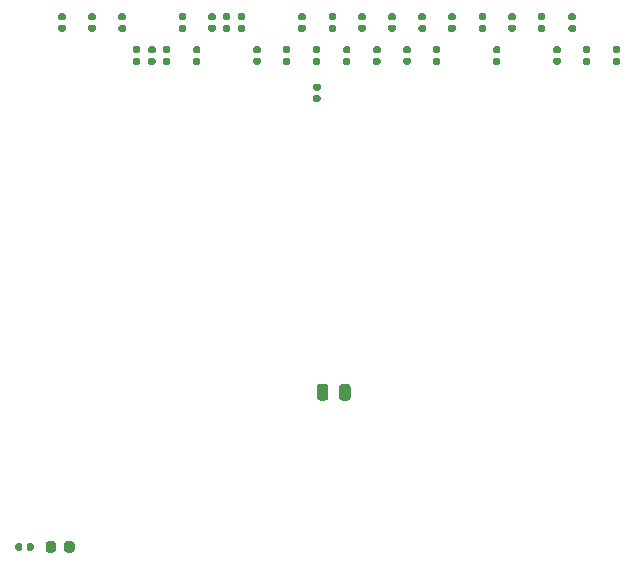
<source format=gtp>
%TF.GenerationSoftware,KiCad,Pcbnew,5.1.6*%
%TF.CreationDate,2020-08-12T10:28:14+02:00*%
%TF.ProjectId,ATAPIHat-SMI,41544150-4948-4617-942d-534d492e6b69,rev?*%
%TF.SameCoordinates,Original*%
%TF.FileFunction,Paste,Top*%
%TF.FilePolarity,Positive*%
%FSLAX46Y46*%
G04 Gerber Fmt 4.6, Leading zero omitted, Abs format (unit mm)*
G04 Created by KiCad (PCBNEW 5.1.6) date 2020-08-12 10:28:14*
%MOMM*%
%LPD*%
G01*
G04 APERTURE LIST*
G04 APERTURE END LIST*
%TO.C,C2*%
G36*
G01*
X79250000Y-167956250D02*
X79250000Y-167043750D01*
G75*
G02*
X79493750Y-166800000I243750J0D01*
G01*
X79981250Y-166800000D01*
G75*
G02*
X80225000Y-167043750I0J-243750D01*
G01*
X80225000Y-167956250D01*
G75*
G02*
X79981250Y-168200000I-243750J0D01*
G01*
X79493750Y-168200000D01*
G75*
G02*
X79250000Y-167956250I0J243750D01*
G01*
G37*
G36*
G01*
X77375000Y-167956250D02*
X77375000Y-167043750D01*
G75*
G02*
X77618750Y-166800000I243750J0D01*
G01*
X78106250Y-166800000D01*
G75*
G02*
X78350000Y-167043750I0J-243750D01*
G01*
X78350000Y-167956250D01*
G75*
G02*
X78106250Y-168200000I-243750J0D01*
G01*
X77618750Y-168200000D01*
G75*
G02*
X77375000Y-167956250I0J243750D01*
G01*
G37*
%TD*%
%TO.C,C1*%
G36*
G01*
X77198128Y-142334876D02*
X77543128Y-142334876D01*
G75*
G02*
X77690628Y-142482376I0J-147500D01*
G01*
X77690628Y-142777376D01*
G75*
G02*
X77543128Y-142924876I-147500J0D01*
G01*
X77198128Y-142924876D01*
G75*
G02*
X77050628Y-142777376I0J147500D01*
G01*
X77050628Y-142482376D01*
G75*
G02*
X77198128Y-142334876I147500J0D01*
G01*
G37*
G36*
G01*
X77198128Y-141364876D02*
X77543128Y-141364876D01*
G75*
G02*
X77690628Y-141512376I0J-147500D01*
G01*
X77690628Y-141807376D01*
G75*
G02*
X77543128Y-141954876I-147500J0D01*
G01*
X77198128Y-141954876D01*
G75*
G02*
X77050628Y-141807376I0J147500D01*
G01*
X77050628Y-141512376D01*
G75*
G02*
X77198128Y-141364876I147500J0D01*
G01*
G37*
%TD*%
%TO.C,R33*%
G36*
G01*
X94072500Y-136010000D02*
X93727500Y-136010000D01*
G75*
G02*
X93580000Y-135862500I0J147500D01*
G01*
X93580000Y-135567500D01*
G75*
G02*
X93727500Y-135420000I147500J0D01*
G01*
X94072500Y-135420000D01*
G75*
G02*
X94220000Y-135567500I0J-147500D01*
G01*
X94220000Y-135862500D01*
G75*
G02*
X94072500Y-136010000I-147500J0D01*
G01*
G37*
G36*
G01*
X94072500Y-136980000D02*
X93727500Y-136980000D01*
G75*
G02*
X93580000Y-136832500I0J147500D01*
G01*
X93580000Y-136537500D01*
G75*
G02*
X93727500Y-136390000I147500J0D01*
G01*
X94072500Y-136390000D01*
G75*
G02*
X94220000Y-136537500I0J-147500D01*
G01*
X94220000Y-136832500D01*
G75*
G02*
X94072500Y-136980000I-147500J0D01*
G01*
G37*
%TD*%
%TO.C,R32*%
G36*
G01*
X81372500Y-136010000D02*
X81027500Y-136010000D01*
G75*
G02*
X80880000Y-135862500I0J147500D01*
G01*
X80880000Y-135567500D01*
G75*
G02*
X81027500Y-135420000I147500J0D01*
G01*
X81372500Y-135420000D01*
G75*
G02*
X81520000Y-135567500I0J-147500D01*
G01*
X81520000Y-135862500D01*
G75*
G02*
X81372500Y-136010000I-147500J0D01*
G01*
G37*
G36*
G01*
X81372500Y-136980000D02*
X81027500Y-136980000D01*
G75*
G02*
X80880000Y-136832500I0J147500D01*
G01*
X80880000Y-136537500D01*
G75*
G02*
X81027500Y-136390000I147500J0D01*
G01*
X81372500Y-136390000D01*
G75*
G02*
X81520000Y-136537500I0J-147500D01*
G01*
X81520000Y-136832500D01*
G75*
G02*
X81372500Y-136980000I-147500J0D01*
G01*
G37*
%TD*%
%TO.C,R31*%
G36*
G01*
X78872500Y-136010000D02*
X78527500Y-136010000D01*
G75*
G02*
X78380000Y-135862500I0J147500D01*
G01*
X78380000Y-135567500D01*
G75*
G02*
X78527500Y-135420000I147500J0D01*
G01*
X78872500Y-135420000D01*
G75*
G02*
X79020000Y-135567500I0J-147500D01*
G01*
X79020000Y-135862500D01*
G75*
G02*
X78872500Y-136010000I-147500J0D01*
G01*
G37*
G36*
G01*
X78872500Y-136980000D02*
X78527500Y-136980000D01*
G75*
G02*
X78380000Y-136832500I0J147500D01*
G01*
X78380000Y-136537500D01*
G75*
G02*
X78527500Y-136390000I147500J0D01*
G01*
X78872500Y-136390000D01*
G75*
G02*
X79020000Y-136537500I0J-147500D01*
G01*
X79020000Y-136832500D01*
G75*
G02*
X78872500Y-136980000I-147500J0D01*
G01*
G37*
%TD*%
%TO.C,R30*%
G36*
G01*
X85172500Y-138810000D02*
X84827500Y-138810000D01*
G75*
G02*
X84680000Y-138662500I0J147500D01*
G01*
X84680000Y-138367500D01*
G75*
G02*
X84827500Y-138220000I147500J0D01*
G01*
X85172500Y-138220000D01*
G75*
G02*
X85320000Y-138367500I0J-147500D01*
G01*
X85320000Y-138662500D01*
G75*
G02*
X85172500Y-138810000I-147500J0D01*
G01*
G37*
G36*
G01*
X85172500Y-139780000D02*
X84827500Y-139780000D01*
G75*
G02*
X84680000Y-139632500I0J147500D01*
G01*
X84680000Y-139337500D01*
G75*
G02*
X84827500Y-139190000I147500J0D01*
G01*
X85172500Y-139190000D01*
G75*
G02*
X85320000Y-139337500I0J-147500D01*
G01*
X85320000Y-139632500D01*
G75*
G02*
X85172500Y-139780000I-147500J0D01*
G01*
G37*
%TD*%
%TO.C,R29*%
G36*
G01*
X88972500Y-136010000D02*
X88627500Y-136010000D01*
G75*
G02*
X88480000Y-135862500I0J147500D01*
G01*
X88480000Y-135567500D01*
G75*
G02*
X88627500Y-135420000I147500J0D01*
G01*
X88972500Y-135420000D01*
G75*
G02*
X89120000Y-135567500I0J-147500D01*
G01*
X89120000Y-135862500D01*
G75*
G02*
X88972500Y-136010000I-147500J0D01*
G01*
G37*
G36*
G01*
X88972500Y-136980000D02*
X88627500Y-136980000D01*
G75*
G02*
X88480000Y-136832500I0J147500D01*
G01*
X88480000Y-136537500D01*
G75*
G02*
X88627500Y-136390000I147500J0D01*
G01*
X88972500Y-136390000D01*
G75*
G02*
X89120000Y-136537500I0J-147500D01*
G01*
X89120000Y-136832500D01*
G75*
G02*
X88972500Y-136980000I-147500J0D01*
G01*
G37*
%TD*%
%TO.C,R28*%
G36*
G01*
X58522500Y-136010000D02*
X58177500Y-136010000D01*
G75*
G02*
X58030000Y-135862500I0J147500D01*
G01*
X58030000Y-135567500D01*
G75*
G02*
X58177500Y-135420000I147500J0D01*
G01*
X58522500Y-135420000D01*
G75*
G02*
X58670000Y-135567500I0J-147500D01*
G01*
X58670000Y-135862500D01*
G75*
G02*
X58522500Y-136010000I-147500J0D01*
G01*
G37*
G36*
G01*
X58522500Y-136980000D02*
X58177500Y-136980000D01*
G75*
G02*
X58030000Y-136832500I0J147500D01*
G01*
X58030000Y-136537500D01*
G75*
G02*
X58177500Y-136390000I147500J0D01*
G01*
X58522500Y-136390000D01*
G75*
G02*
X58670000Y-136537500I0J-147500D01*
G01*
X58670000Y-136832500D01*
G75*
G02*
X58522500Y-136980000I-147500J0D01*
G01*
G37*
%TD*%
%TO.C,R27*%
G36*
G01*
X87327500Y-139190000D02*
X87672500Y-139190000D01*
G75*
G02*
X87820000Y-139337500I0J-147500D01*
G01*
X87820000Y-139632500D01*
G75*
G02*
X87672500Y-139780000I-147500J0D01*
G01*
X87327500Y-139780000D01*
G75*
G02*
X87180000Y-139632500I0J147500D01*
G01*
X87180000Y-139337500D01*
G75*
G02*
X87327500Y-139190000I147500J0D01*
G01*
G37*
G36*
G01*
X87327500Y-138220000D02*
X87672500Y-138220000D01*
G75*
G02*
X87820000Y-138367500I0J-147500D01*
G01*
X87820000Y-138662500D01*
G75*
G02*
X87672500Y-138810000I-147500J0D01*
G01*
X87327500Y-138810000D01*
G75*
G02*
X87180000Y-138662500I0J147500D01*
G01*
X87180000Y-138367500D01*
G75*
G02*
X87327500Y-138220000I147500J0D01*
G01*
G37*
%TD*%
%TO.C,R26*%
G36*
G01*
X92772500Y-138810000D02*
X92427500Y-138810000D01*
G75*
G02*
X92280000Y-138662500I0J147500D01*
G01*
X92280000Y-138367500D01*
G75*
G02*
X92427500Y-138220000I147500J0D01*
G01*
X92772500Y-138220000D01*
G75*
G02*
X92920000Y-138367500I0J-147500D01*
G01*
X92920000Y-138662500D01*
G75*
G02*
X92772500Y-138810000I-147500J0D01*
G01*
G37*
G36*
G01*
X92772500Y-139780000D02*
X92427500Y-139780000D01*
G75*
G02*
X92280000Y-139632500I0J147500D01*
G01*
X92280000Y-139337500D01*
G75*
G02*
X92427500Y-139190000I147500J0D01*
G01*
X92772500Y-139190000D01*
G75*
G02*
X92920000Y-139337500I0J-147500D01*
G01*
X92920000Y-139632500D01*
G75*
G02*
X92772500Y-139780000I-147500J0D01*
G01*
G37*
%TD*%
%TO.C,R25*%
G36*
G01*
X76272500Y-136010000D02*
X75927500Y-136010000D01*
G75*
G02*
X75780000Y-135862500I0J147500D01*
G01*
X75780000Y-135567500D01*
G75*
G02*
X75927500Y-135420000I147500J0D01*
G01*
X76272500Y-135420000D01*
G75*
G02*
X76420000Y-135567500I0J-147500D01*
G01*
X76420000Y-135862500D01*
G75*
G02*
X76272500Y-136010000I-147500J0D01*
G01*
G37*
G36*
G01*
X76272500Y-136980000D02*
X75927500Y-136980000D01*
G75*
G02*
X75780000Y-136832500I0J147500D01*
G01*
X75780000Y-136537500D01*
G75*
G02*
X75927500Y-136390000I147500J0D01*
G01*
X76272500Y-136390000D01*
G75*
G02*
X76420000Y-136537500I0J-147500D01*
G01*
X76420000Y-136832500D01*
G75*
G02*
X76272500Y-136980000I-147500J0D01*
G01*
G37*
%TD*%
%TO.C,R24*%
G36*
G01*
X82622500Y-138810000D02*
X82277500Y-138810000D01*
G75*
G02*
X82130000Y-138662500I0J147500D01*
G01*
X82130000Y-138367500D01*
G75*
G02*
X82277500Y-138220000I147500J0D01*
G01*
X82622500Y-138220000D01*
G75*
G02*
X82770000Y-138367500I0J-147500D01*
G01*
X82770000Y-138662500D01*
G75*
G02*
X82622500Y-138810000I-147500J0D01*
G01*
G37*
G36*
G01*
X82622500Y-139780000D02*
X82277500Y-139780000D01*
G75*
G02*
X82130000Y-139632500I0J147500D01*
G01*
X82130000Y-139337500D01*
G75*
G02*
X82277500Y-139190000I147500J0D01*
G01*
X82622500Y-139190000D01*
G75*
G02*
X82770000Y-139337500I0J-147500D01*
G01*
X82770000Y-139632500D01*
G75*
G02*
X82622500Y-139780000I-147500J0D01*
G01*
G37*
%TD*%
%TO.C,R23*%
G36*
G01*
X91572500Y-136010000D02*
X91227500Y-136010000D01*
G75*
G02*
X91080000Y-135862500I0J147500D01*
G01*
X91080000Y-135567500D01*
G75*
G02*
X91227500Y-135420000I147500J0D01*
G01*
X91572500Y-135420000D01*
G75*
G02*
X91720000Y-135567500I0J-147500D01*
G01*
X91720000Y-135862500D01*
G75*
G02*
X91572500Y-136010000I-147500J0D01*
G01*
G37*
G36*
G01*
X91572500Y-136980000D02*
X91227500Y-136980000D01*
G75*
G02*
X91080000Y-136832500I0J147500D01*
G01*
X91080000Y-136537500D01*
G75*
G02*
X91227500Y-136390000I147500J0D01*
G01*
X91572500Y-136390000D01*
G75*
G02*
X91720000Y-136537500I0J-147500D01*
G01*
X91720000Y-136832500D01*
G75*
G02*
X91572500Y-136980000I-147500J0D01*
G01*
G37*
%TD*%
%TO.C,R22*%
G36*
G01*
X61072500Y-136010000D02*
X60727500Y-136010000D01*
G75*
G02*
X60580000Y-135862500I0J147500D01*
G01*
X60580000Y-135567500D01*
G75*
G02*
X60727500Y-135420000I147500J0D01*
G01*
X61072500Y-135420000D01*
G75*
G02*
X61220000Y-135567500I0J-147500D01*
G01*
X61220000Y-135862500D01*
G75*
G02*
X61072500Y-136010000I-147500J0D01*
G01*
G37*
G36*
G01*
X61072500Y-136980000D02*
X60727500Y-136980000D01*
G75*
G02*
X60580000Y-136832500I0J147500D01*
G01*
X60580000Y-136537500D01*
G75*
G02*
X60727500Y-136390000I147500J0D01*
G01*
X61072500Y-136390000D01*
G75*
G02*
X61220000Y-136537500I0J-147500D01*
G01*
X61220000Y-136832500D01*
G75*
G02*
X61072500Y-136980000I-147500J0D01*
G01*
G37*
%TD*%
%TO.C,R21*%
G36*
G01*
X55972500Y-136010000D02*
X55627500Y-136010000D01*
G75*
G02*
X55480000Y-135862500I0J147500D01*
G01*
X55480000Y-135567500D01*
G75*
G02*
X55627500Y-135420000I147500J0D01*
G01*
X55972500Y-135420000D01*
G75*
G02*
X56120000Y-135567500I0J-147500D01*
G01*
X56120000Y-135862500D01*
G75*
G02*
X55972500Y-136010000I-147500J0D01*
G01*
G37*
G36*
G01*
X55972500Y-136980000D02*
X55627500Y-136980000D01*
G75*
G02*
X55480000Y-136832500I0J147500D01*
G01*
X55480000Y-136537500D01*
G75*
G02*
X55627500Y-136390000I147500J0D01*
G01*
X55972500Y-136390000D01*
G75*
G02*
X56120000Y-136537500I0J-147500D01*
G01*
X56120000Y-136832500D01*
G75*
G02*
X55972500Y-136980000I-147500J0D01*
G01*
G37*
%TD*%
%TO.C,R20*%
G36*
G01*
X86472500Y-136010000D02*
X86127500Y-136010000D01*
G75*
G02*
X85980000Y-135862500I0J147500D01*
G01*
X85980000Y-135567500D01*
G75*
G02*
X86127500Y-135420000I147500J0D01*
G01*
X86472500Y-135420000D01*
G75*
G02*
X86620000Y-135567500I0J-147500D01*
G01*
X86620000Y-135862500D01*
G75*
G02*
X86472500Y-136010000I-147500J0D01*
G01*
G37*
G36*
G01*
X86472500Y-136980000D02*
X86127500Y-136980000D01*
G75*
G02*
X85980000Y-136832500I0J147500D01*
G01*
X85980000Y-136537500D01*
G75*
G02*
X86127500Y-136390000I147500J0D01*
G01*
X86472500Y-136390000D01*
G75*
G02*
X86620000Y-136537500I0J-147500D01*
G01*
X86620000Y-136832500D01*
G75*
G02*
X86472500Y-136980000I-147500J0D01*
G01*
G37*
%TD*%
%TO.C,R19*%
G36*
G01*
X83552500Y-136390000D02*
X83897500Y-136390000D01*
G75*
G02*
X84045000Y-136537500I0J-147500D01*
G01*
X84045000Y-136832500D01*
G75*
G02*
X83897500Y-136980000I-147500J0D01*
G01*
X83552500Y-136980000D01*
G75*
G02*
X83405000Y-136832500I0J147500D01*
G01*
X83405000Y-136537500D01*
G75*
G02*
X83552500Y-136390000I147500J0D01*
G01*
G37*
G36*
G01*
X83552500Y-135420000D02*
X83897500Y-135420000D01*
G75*
G02*
X84045000Y-135567500I0J-147500D01*
G01*
X84045000Y-135862500D01*
G75*
G02*
X83897500Y-136010000I-147500J0D01*
G01*
X83552500Y-136010000D01*
G75*
G02*
X83405000Y-135862500I0J147500D01*
G01*
X83405000Y-135567500D01*
G75*
G02*
X83552500Y-135420000I147500J0D01*
G01*
G37*
%TD*%
%TO.C,R18*%
G36*
G01*
X69552500Y-136384876D02*
X69897500Y-136384876D01*
G75*
G02*
X70045000Y-136532376I0J-147500D01*
G01*
X70045000Y-136827376D01*
G75*
G02*
X69897500Y-136974876I-147500J0D01*
G01*
X69552500Y-136974876D01*
G75*
G02*
X69405000Y-136827376I0J147500D01*
G01*
X69405000Y-136532376D01*
G75*
G02*
X69552500Y-136384876I147500J0D01*
G01*
G37*
G36*
G01*
X69552500Y-135414876D02*
X69897500Y-135414876D01*
G75*
G02*
X70045000Y-135562376I0J-147500D01*
G01*
X70045000Y-135857376D01*
G75*
G02*
X69897500Y-136004876I-147500J0D01*
G01*
X69552500Y-136004876D01*
G75*
G02*
X69405000Y-135857376I0J147500D01*
G01*
X69405000Y-135562376D01*
G75*
G02*
X69552500Y-135414876I147500J0D01*
G01*
G37*
%TD*%
%TO.C,R17*%
G36*
G01*
X77522500Y-138810000D02*
X77177500Y-138810000D01*
G75*
G02*
X77030000Y-138662500I0J147500D01*
G01*
X77030000Y-138367500D01*
G75*
G02*
X77177500Y-138220000I147500J0D01*
G01*
X77522500Y-138220000D01*
G75*
G02*
X77670000Y-138367500I0J-147500D01*
G01*
X77670000Y-138662500D01*
G75*
G02*
X77522500Y-138810000I-147500J0D01*
G01*
G37*
G36*
G01*
X77522500Y-139780000D02*
X77177500Y-139780000D01*
G75*
G02*
X77030000Y-139632500I0J147500D01*
G01*
X77030000Y-139337500D01*
G75*
G02*
X77177500Y-139190000I147500J0D01*
G01*
X77522500Y-139190000D01*
G75*
G02*
X77670000Y-139337500I0J-147500D01*
G01*
X77670000Y-139632500D01*
G75*
G02*
X77522500Y-139780000I-147500J0D01*
G01*
G37*
%TD*%
%TO.C,R16*%
G36*
G01*
X63227500Y-139190000D02*
X63572500Y-139190000D01*
G75*
G02*
X63720000Y-139337500I0J-147500D01*
G01*
X63720000Y-139632500D01*
G75*
G02*
X63572500Y-139780000I-147500J0D01*
G01*
X63227500Y-139780000D01*
G75*
G02*
X63080000Y-139632500I0J147500D01*
G01*
X63080000Y-139337500D01*
G75*
G02*
X63227500Y-139190000I147500J0D01*
G01*
G37*
G36*
G01*
X63227500Y-138220000D02*
X63572500Y-138220000D01*
G75*
G02*
X63720000Y-138367500I0J-147500D01*
G01*
X63720000Y-138662500D01*
G75*
G02*
X63572500Y-138810000I-147500J0D01*
G01*
X63227500Y-138810000D01*
G75*
G02*
X63080000Y-138662500I0J147500D01*
G01*
X63080000Y-138367500D01*
G75*
G02*
X63227500Y-138220000I147500J0D01*
G01*
G37*
%TD*%
%TO.C,R15*%
G36*
G01*
X99172500Y-136010000D02*
X98827500Y-136010000D01*
G75*
G02*
X98680000Y-135862500I0J147500D01*
G01*
X98680000Y-135567500D01*
G75*
G02*
X98827500Y-135420000I147500J0D01*
G01*
X99172500Y-135420000D01*
G75*
G02*
X99320000Y-135567500I0J-147500D01*
G01*
X99320000Y-135862500D01*
G75*
G02*
X99172500Y-136010000I-147500J0D01*
G01*
G37*
G36*
G01*
X99172500Y-136980000D02*
X98827500Y-136980000D01*
G75*
G02*
X98680000Y-136832500I0J147500D01*
G01*
X98680000Y-136537500D01*
G75*
G02*
X98827500Y-136390000I147500J0D01*
G01*
X99172500Y-136390000D01*
G75*
G02*
X99320000Y-136537500I0J-147500D01*
G01*
X99320000Y-136832500D01*
G75*
G02*
X99172500Y-136980000I-147500J0D01*
G01*
G37*
%TD*%
%TO.C,R14*%
G36*
G01*
X74627500Y-139190000D02*
X74972500Y-139190000D01*
G75*
G02*
X75120000Y-139337500I0J-147500D01*
G01*
X75120000Y-139632500D01*
G75*
G02*
X74972500Y-139780000I-147500J0D01*
G01*
X74627500Y-139780000D01*
G75*
G02*
X74480000Y-139632500I0J147500D01*
G01*
X74480000Y-139337500D01*
G75*
G02*
X74627500Y-139190000I147500J0D01*
G01*
G37*
G36*
G01*
X74627500Y-138220000D02*
X74972500Y-138220000D01*
G75*
G02*
X75120000Y-138367500I0J-147500D01*
G01*
X75120000Y-138662500D01*
G75*
G02*
X74972500Y-138810000I-147500J0D01*
G01*
X74627500Y-138810000D01*
G75*
G02*
X74480000Y-138662500I0J147500D01*
G01*
X74480000Y-138367500D01*
G75*
G02*
X74627500Y-138220000I147500J0D01*
G01*
G37*
%TD*%
%TO.C,R13*%
G36*
G01*
X71172500Y-136010000D02*
X70827500Y-136010000D01*
G75*
G02*
X70680000Y-135862500I0J147500D01*
G01*
X70680000Y-135567500D01*
G75*
G02*
X70827500Y-135420000I147500J0D01*
G01*
X71172500Y-135420000D01*
G75*
G02*
X71320000Y-135567500I0J-147500D01*
G01*
X71320000Y-135862500D01*
G75*
G02*
X71172500Y-136010000I-147500J0D01*
G01*
G37*
G36*
G01*
X71172500Y-136980000D02*
X70827500Y-136980000D01*
G75*
G02*
X70680000Y-136832500I0J147500D01*
G01*
X70680000Y-136537500D01*
G75*
G02*
X70827500Y-136390000I147500J0D01*
G01*
X71172500Y-136390000D01*
G75*
G02*
X71320000Y-136537500I0J-147500D01*
G01*
X71320000Y-136832500D01*
G75*
G02*
X71172500Y-136980000I-147500J0D01*
G01*
G37*
%TD*%
%TO.C,R12*%
G36*
G01*
X100372500Y-138810000D02*
X100027500Y-138810000D01*
G75*
G02*
X99880000Y-138662500I0J147500D01*
G01*
X99880000Y-138367500D01*
G75*
G02*
X100027500Y-138220000I147500J0D01*
G01*
X100372500Y-138220000D01*
G75*
G02*
X100520000Y-138367500I0J-147500D01*
G01*
X100520000Y-138662500D01*
G75*
G02*
X100372500Y-138810000I-147500J0D01*
G01*
G37*
G36*
G01*
X100372500Y-139780000D02*
X100027500Y-139780000D01*
G75*
G02*
X99880000Y-139632500I0J147500D01*
G01*
X99880000Y-139337500D01*
G75*
G02*
X100027500Y-139190000I147500J0D01*
G01*
X100372500Y-139190000D01*
G75*
G02*
X100520000Y-139337500I0J-147500D01*
G01*
X100520000Y-139632500D01*
G75*
G02*
X100372500Y-139780000I-147500J0D01*
G01*
G37*
%TD*%
%TO.C,R11*%
G36*
G01*
X67372500Y-138810000D02*
X67027500Y-138810000D01*
G75*
G02*
X66880000Y-138662500I0J147500D01*
G01*
X66880000Y-138367500D01*
G75*
G02*
X67027500Y-138220000I147500J0D01*
G01*
X67372500Y-138220000D01*
G75*
G02*
X67520000Y-138367500I0J-147500D01*
G01*
X67520000Y-138662500D01*
G75*
G02*
X67372500Y-138810000I-147500J0D01*
G01*
G37*
G36*
G01*
X67372500Y-139780000D02*
X67027500Y-139780000D01*
G75*
G02*
X66880000Y-139632500I0J147500D01*
G01*
X66880000Y-139337500D01*
G75*
G02*
X67027500Y-139190000I147500J0D01*
G01*
X67372500Y-139190000D01*
G75*
G02*
X67520000Y-139337500I0J-147500D01*
G01*
X67520000Y-139632500D01*
G75*
G02*
X67372500Y-139780000I-147500J0D01*
G01*
G37*
%TD*%
%TO.C,R10*%
G36*
G01*
X97872500Y-138810000D02*
X97527500Y-138810000D01*
G75*
G02*
X97380000Y-138662500I0J147500D01*
G01*
X97380000Y-138367500D01*
G75*
G02*
X97527500Y-138220000I147500J0D01*
G01*
X97872500Y-138220000D01*
G75*
G02*
X98020000Y-138367500I0J-147500D01*
G01*
X98020000Y-138662500D01*
G75*
G02*
X97872500Y-138810000I-147500J0D01*
G01*
G37*
G36*
G01*
X97872500Y-139780000D02*
X97527500Y-139780000D01*
G75*
G02*
X97380000Y-139632500I0J147500D01*
G01*
X97380000Y-139337500D01*
G75*
G02*
X97527500Y-139190000I147500J0D01*
G01*
X97872500Y-139190000D01*
G75*
G02*
X98020000Y-139337500I0J-147500D01*
G01*
X98020000Y-139632500D01*
G75*
G02*
X97872500Y-139780000I-147500J0D01*
G01*
G37*
%TD*%
%TO.C,R9*%
G36*
G01*
X62272500Y-138810000D02*
X61927500Y-138810000D01*
G75*
G02*
X61780000Y-138662500I0J147500D01*
G01*
X61780000Y-138367500D01*
G75*
G02*
X61927500Y-138220000I147500J0D01*
G01*
X62272500Y-138220000D01*
G75*
G02*
X62420000Y-138367500I0J-147500D01*
G01*
X62420000Y-138662500D01*
G75*
G02*
X62272500Y-138810000I-147500J0D01*
G01*
G37*
G36*
G01*
X62272500Y-139780000D02*
X61927500Y-139780000D01*
G75*
G02*
X61780000Y-139632500I0J147500D01*
G01*
X61780000Y-139337500D01*
G75*
G02*
X61927500Y-139190000I147500J0D01*
G01*
X62272500Y-139190000D01*
G75*
G02*
X62420000Y-139337500I0J-147500D01*
G01*
X62420000Y-139632500D01*
G75*
G02*
X62272500Y-139780000I-147500J0D01*
G01*
G37*
%TD*%
%TO.C,R8*%
G36*
G01*
X68327500Y-136390000D02*
X68672500Y-136390000D01*
G75*
G02*
X68820000Y-136537500I0J-147500D01*
G01*
X68820000Y-136832500D01*
G75*
G02*
X68672500Y-136980000I-147500J0D01*
G01*
X68327500Y-136980000D01*
G75*
G02*
X68180000Y-136832500I0J147500D01*
G01*
X68180000Y-136537500D01*
G75*
G02*
X68327500Y-136390000I147500J0D01*
G01*
G37*
G36*
G01*
X68327500Y-135420000D02*
X68672500Y-135420000D01*
G75*
G02*
X68820000Y-135567500I0J-147500D01*
G01*
X68820000Y-135862500D01*
G75*
G02*
X68672500Y-136010000I-147500J0D01*
G01*
X68327500Y-136010000D01*
G75*
G02*
X68180000Y-135862500I0J147500D01*
G01*
X68180000Y-135567500D01*
G75*
G02*
X68327500Y-135420000I147500J0D01*
G01*
G37*
%TD*%
%TO.C,R7*%
G36*
G01*
X79727500Y-139190000D02*
X80072500Y-139190000D01*
G75*
G02*
X80220000Y-139337500I0J-147500D01*
G01*
X80220000Y-139632500D01*
G75*
G02*
X80072500Y-139780000I-147500J0D01*
G01*
X79727500Y-139780000D01*
G75*
G02*
X79580000Y-139632500I0J147500D01*
G01*
X79580000Y-139337500D01*
G75*
G02*
X79727500Y-139190000I147500J0D01*
G01*
G37*
G36*
G01*
X79727500Y-138220000D02*
X80072500Y-138220000D01*
G75*
G02*
X80220000Y-138367500I0J-147500D01*
G01*
X80220000Y-138662500D01*
G75*
G02*
X80072500Y-138810000I-147500J0D01*
G01*
X79727500Y-138810000D01*
G75*
G02*
X79580000Y-138662500I0J147500D01*
G01*
X79580000Y-138367500D01*
G75*
G02*
X79727500Y-138220000I147500J0D01*
G01*
G37*
%TD*%
%TO.C,R6*%
G36*
G01*
X72472500Y-138810000D02*
X72127500Y-138810000D01*
G75*
G02*
X71980000Y-138662500I0J147500D01*
G01*
X71980000Y-138367500D01*
G75*
G02*
X72127500Y-138220000I147500J0D01*
G01*
X72472500Y-138220000D01*
G75*
G02*
X72620000Y-138367500I0J-147500D01*
G01*
X72620000Y-138662500D01*
G75*
G02*
X72472500Y-138810000I-147500J0D01*
G01*
G37*
G36*
G01*
X72472500Y-139780000D02*
X72127500Y-139780000D01*
G75*
G02*
X71980000Y-139632500I0J147500D01*
G01*
X71980000Y-139337500D01*
G75*
G02*
X72127500Y-139190000I147500J0D01*
G01*
X72472500Y-139190000D01*
G75*
G02*
X72620000Y-139337500I0J-147500D01*
G01*
X72620000Y-139632500D01*
G75*
G02*
X72472500Y-139780000I-147500J0D01*
G01*
G37*
%TD*%
%TO.C,R5*%
G36*
G01*
X102922500Y-138810000D02*
X102577500Y-138810000D01*
G75*
G02*
X102430000Y-138662500I0J147500D01*
G01*
X102430000Y-138367500D01*
G75*
G02*
X102577500Y-138220000I147500J0D01*
G01*
X102922500Y-138220000D01*
G75*
G02*
X103070000Y-138367500I0J-147500D01*
G01*
X103070000Y-138662500D01*
G75*
G02*
X102922500Y-138810000I-147500J0D01*
G01*
G37*
G36*
G01*
X102922500Y-139780000D02*
X102577500Y-139780000D01*
G75*
G02*
X102430000Y-139632500I0J147500D01*
G01*
X102430000Y-139337500D01*
G75*
G02*
X102577500Y-139190000I147500J0D01*
G01*
X102922500Y-139190000D01*
G75*
G02*
X103070000Y-139337500I0J-147500D01*
G01*
X103070000Y-139632500D01*
G75*
G02*
X102922500Y-139780000I-147500J0D01*
G01*
G37*
%TD*%
%TO.C,R4*%
G36*
G01*
X96572500Y-136010000D02*
X96227500Y-136010000D01*
G75*
G02*
X96080000Y-135862500I0J147500D01*
G01*
X96080000Y-135567500D01*
G75*
G02*
X96227500Y-135420000I147500J0D01*
G01*
X96572500Y-135420000D01*
G75*
G02*
X96720000Y-135567500I0J-147500D01*
G01*
X96720000Y-135862500D01*
G75*
G02*
X96572500Y-136010000I-147500J0D01*
G01*
G37*
G36*
G01*
X96572500Y-136980000D02*
X96227500Y-136980000D01*
G75*
G02*
X96080000Y-136832500I0J147500D01*
G01*
X96080000Y-136537500D01*
G75*
G02*
X96227500Y-136390000I147500J0D01*
G01*
X96572500Y-136390000D01*
G75*
G02*
X96720000Y-136537500I0J-147500D01*
G01*
X96720000Y-136832500D01*
G75*
G02*
X96572500Y-136980000I-147500J0D01*
G01*
G37*
%TD*%
%TO.C,R3*%
G36*
G01*
X52800628Y-180767376D02*
X52800628Y-180422376D01*
G75*
G02*
X52948128Y-180274876I147500J0D01*
G01*
X53243128Y-180274876D01*
G75*
G02*
X53390628Y-180422376I0J-147500D01*
G01*
X53390628Y-180767376D01*
G75*
G02*
X53243128Y-180914876I-147500J0D01*
G01*
X52948128Y-180914876D01*
G75*
G02*
X52800628Y-180767376I0J147500D01*
G01*
G37*
G36*
G01*
X51830628Y-180767376D02*
X51830628Y-180422376D01*
G75*
G02*
X51978128Y-180274876I147500J0D01*
G01*
X52273128Y-180274876D01*
G75*
G02*
X52420628Y-180422376I0J-147500D01*
G01*
X52420628Y-180767376D01*
G75*
G02*
X52273128Y-180914876I-147500J0D01*
G01*
X51978128Y-180914876D01*
G75*
G02*
X51830628Y-180767376I0J147500D01*
G01*
G37*
%TD*%
%TO.C,R2*%
G36*
G01*
X66172500Y-136010000D02*
X65827500Y-136010000D01*
G75*
G02*
X65680000Y-135862500I0J147500D01*
G01*
X65680000Y-135567500D01*
G75*
G02*
X65827500Y-135420000I147500J0D01*
G01*
X66172500Y-135420000D01*
G75*
G02*
X66320000Y-135567500I0J-147500D01*
G01*
X66320000Y-135862500D01*
G75*
G02*
X66172500Y-136010000I-147500J0D01*
G01*
G37*
G36*
G01*
X66172500Y-136980000D02*
X65827500Y-136980000D01*
G75*
G02*
X65680000Y-136832500I0J147500D01*
G01*
X65680000Y-136537500D01*
G75*
G02*
X65827500Y-136390000I147500J0D01*
G01*
X66172500Y-136390000D01*
G75*
G02*
X66320000Y-136537500I0J-147500D01*
G01*
X66320000Y-136832500D01*
G75*
G02*
X66172500Y-136980000I-147500J0D01*
G01*
G37*
%TD*%
%TO.C,R1*%
G36*
G01*
X64822500Y-138810000D02*
X64477500Y-138810000D01*
G75*
G02*
X64330000Y-138662500I0J147500D01*
G01*
X64330000Y-138367500D01*
G75*
G02*
X64477500Y-138220000I147500J0D01*
G01*
X64822500Y-138220000D01*
G75*
G02*
X64970000Y-138367500I0J-147500D01*
G01*
X64970000Y-138662500D01*
G75*
G02*
X64822500Y-138810000I-147500J0D01*
G01*
G37*
G36*
G01*
X64822500Y-139780000D02*
X64477500Y-139780000D01*
G75*
G02*
X64330000Y-139632500I0J147500D01*
G01*
X64330000Y-139337500D01*
G75*
G02*
X64477500Y-139190000I147500J0D01*
G01*
X64822500Y-139190000D01*
G75*
G02*
X64970000Y-139337500I0J-147500D01*
G01*
X64970000Y-139632500D01*
G75*
G02*
X64822500Y-139780000I-147500J0D01*
G01*
G37*
%TD*%
%TO.C,D1*%
G36*
G01*
X55985628Y-180851126D02*
X55985628Y-180338626D01*
G75*
G02*
X56204378Y-180119876I218750J0D01*
G01*
X56641878Y-180119876D01*
G75*
G02*
X56860628Y-180338626I0J-218750D01*
G01*
X56860628Y-180851126D01*
G75*
G02*
X56641878Y-181069876I-218750J0D01*
G01*
X56204378Y-181069876D01*
G75*
G02*
X55985628Y-180851126I0J218750D01*
G01*
G37*
G36*
G01*
X54410628Y-180851126D02*
X54410628Y-180338626D01*
G75*
G02*
X54629378Y-180119876I218750J0D01*
G01*
X55066878Y-180119876D01*
G75*
G02*
X55285628Y-180338626I0J-218750D01*
G01*
X55285628Y-180851126D01*
G75*
G02*
X55066878Y-181069876I-218750J0D01*
G01*
X54629378Y-181069876D01*
G75*
G02*
X54410628Y-180851126I0J218750D01*
G01*
G37*
%TD*%
M02*

</source>
